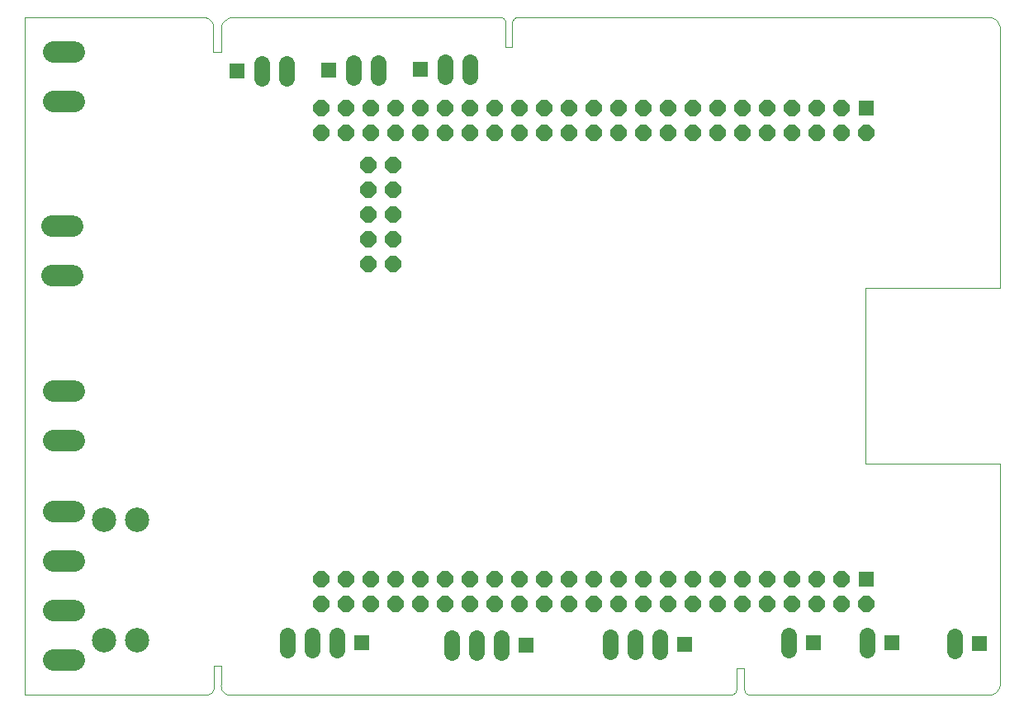
<source format=gbs>
G75*
%MOIN*%
%OFA0B0*%
%FSLAX24Y24*%
%IPPOS*%
%LPD*%
%AMOC8*
5,1,8,0,0,1.08239X$1,22.5*
%
%ADD10C,0.0000*%
%ADD11R,0.0640X0.0640*%
%ADD12C,0.0640*%
%ADD13C,0.0865*%
%ADD14OC8,0.0640*%
%ADD15C,0.0985*%
D10*
X002552Y003472D02*
X009875Y003472D01*
X009876Y003473D02*
X009910Y003476D01*
X009944Y003483D01*
X009978Y003494D01*
X010010Y003507D01*
X010040Y003524D01*
X010069Y003543D01*
X010096Y003565D01*
X010121Y003590D01*
X010142Y003617D01*
X010162Y003646D01*
X010178Y003677D01*
X010191Y003710D01*
X010201Y003743D01*
X010207Y003777D01*
X010211Y003812D01*
X010210Y003847D01*
X010210Y003846D02*
X010210Y004654D01*
X010486Y004654D01*
X010486Y003886D01*
X010485Y003886D02*
X010484Y003848D01*
X010487Y003810D01*
X010493Y003773D01*
X010503Y003736D01*
X010517Y003701D01*
X010533Y003667D01*
X010554Y003635D01*
X010577Y003605D01*
X010603Y003578D01*
X010631Y003553D01*
X010662Y003531D01*
X010695Y003513D01*
X010729Y003497D01*
X010765Y003485D01*
X010802Y003477D01*
X010839Y003472D01*
X010840Y003472D02*
X031056Y003472D01*
X031057Y003473D02*
X031086Y003476D01*
X031115Y003483D01*
X031143Y003493D01*
X031170Y003506D01*
X031195Y003522D01*
X031217Y003542D01*
X031238Y003563D01*
X031255Y003587D01*
X031269Y003613D01*
X031280Y003641D01*
X031288Y003670D01*
X031292Y003699D01*
X031293Y003729D01*
X031293Y003728D02*
X031293Y004555D01*
X031608Y004555D01*
X031608Y003728D01*
X031608Y003729D02*
X031609Y003699D01*
X031613Y003670D01*
X031621Y003641D01*
X031632Y003613D01*
X031646Y003587D01*
X031663Y003563D01*
X031684Y003542D01*
X031706Y003522D01*
X031731Y003506D01*
X031758Y003493D01*
X031786Y003483D01*
X031815Y003476D01*
X031844Y003473D01*
X031844Y003472D02*
X041430Y003472D01*
X041471Y003471D01*
X041511Y003474D01*
X041551Y003480D01*
X041591Y003490D01*
X041629Y003503D01*
X041666Y003519D01*
X041701Y003539D01*
X041735Y003561D01*
X041767Y003587D01*
X041796Y003615D01*
X041822Y003645D01*
X041846Y003678D01*
X041867Y003713D01*
X041885Y003749D01*
X041900Y003787D01*
X041911Y003825D01*
X041919Y003865D01*
X041923Y003905D01*
X041923Y003906D02*
X041923Y012823D01*
X036486Y012823D01*
X036486Y019909D01*
X041923Y019909D01*
X041923Y030441D01*
X041923Y030440D02*
X041918Y030480D01*
X041910Y030519D01*
X041898Y030558D01*
X041883Y030595D01*
X041865Y030631D01*
X041844Y030665D01*
X041820Y030697D01*
X041793Y030727D01*
X041764Y030754D01*
X041733Y030779D01*
X041699Y030801D01*
X041664Y030820D01*
X041627Y030835D01*
X041589Y030848D01*
X041550Y030857D01*
X041511Y030863D01*
X041471Y030865D01*
X041431Y030864D01*
X041430Y030864D02*
X026125Y030864D01*
X026125Y030854D02*
X022434Y030854D01*
X022435Y030854D02*
X022407Y030847D01*
X022379Y030837D01*
X022354Y030824D01*
X022330Y030808D01*
X022308Y030790D01*
X022288Y030768D01*
X022271Y030745D01*
X022258Y030720D01*
X022247Y030693D01*
X022240Y030665D01*
X022236Y030636D01*
X022235Y030607D01*
X022238Y030579D01*
X022237Y030579D02*
X022237Y029654D01*
X021982Y029654D01*
X021982Y030579D01*
X021981Y030579D02*
X021984Y030607D01*
X021983Y030636D01*
X021979Y030665D01*
X021972Y030693D01*
X021961Y030720D01*
X021948Y030745D01*
X021931Y030768D01*
X021911Y030790D01*
X021889Y030808D01*
X021865Y030824D01*
X021840Y030837D01*
X021812Y030847D01*
X021784Y030854D01*
X021785Y030854D02*
X010958Y030854D01*
X010917Y030852D01*
X010876Y030847D01*
X010836Y030838D01*
X010797Y030826D01*
X010759Y030810D01*
X010722Y030791D01*
X010687Y030769D01*
X010655Y030744D01*
X010624Y030716D01*
X010596Y030685D01*
X010571Y030653D01*
X010549Y030618D01*
X010530Y030581D01*
X010514Y030543D01*
X010502Y030504D01*
X010493Y030464D01*
X010488Y030423D01*
X010486Y030382D01*
X010486Y029437D01*
X010171Y029437D01*
X010171Y030382D01*
X010174Y030421D01*
X010173Y030460D01*
X010169Y030498D01*
X010162Y030537D01*
X010151Y030574D01*
X010136Y030610D01*
X010119Y030645D01*
X010098Y030678D01*
X010074Y030709D01*
X010047Y030737D01*
X010018Y030763D01*
X009987Y030786D01*
X009954Y030807D01*
X009919Y030824D01*
X009882Y030837D01*
X009845Y030848D01*
X009806Y030855D01*
X009806Y030854D02*
X002552Y030854D01*
X002552Y003472D01*
D11*
X016178Y005579D03*
X022793Y005500D03*
X029210Y005520D03*
X034391Y005579D03*
X036535Y008156D03*
X037580Y005579D03*
X041104Y005539D03*
X036535Y027201D03*
X018541Y028748D03*
X014820Y028709D03*
X011139Y028689D03*
D12*
X012139Y028989D02*
X012139Y028389D01*
X013139Y028389D02*
X013139Y028989D01*
X015820Y029009D02*
X015820Y028409D01*
X016820Y028409D02*
X016820Y029009D01*
X019541Y029048D02*
X019541Y028448D01*
X020541Y028448D02*
X020541Y029048D01*
X015178Y005879D02*
X015178Y005279D01*
X014178Y005279D02*
X014178Y005879D01*
X013178Y005879D02*
X013178Y005279D01*
X019793Y005200D02*
X019793Y005800D01*
X020793Y005800D02*
X020793Y005200D01*
X021793Y005200D02*
X021793Y005800D01*
X026210Y005820D02*
X026210Y005220D01*
X027210Y005220D02*
X027210Y005820D01*
X028210Y005820D02*
X028210Y005220D01*
X033391Y005279D02*
X033391Y005879D01*
X036580Y005879D02*
X036580Y005279D01*
X040104Y005239D02*
X040104Y005839D01*
D13*
X004561Y004902D02*
X003736Y004902D01*
X003736Y006902D02*
X004561Y006902D01*
X004561Y008902D02*
X003736Y008902D01*
X003736Y010902D02*
X004561Y010902D01*
X004561Y013752D02*
X003736Y013752D01*
X003736Y015752D02*
X004561Y015752D01*
X004493Y020425D02*
X003668Y020425D01*
X003668Y022425D02*
X004493Y022425D01*
X004561Y027453D02*
X003736Y027453D01*
X003736Y029453D02*
X004561Y029453D01*
D14*
X014535Y027201D03*
X015535Y027201D03*
X016535Y027201D03*
X017535Y027201D03*
X018535Y027201D03*
X019535Y027201D03*
X020535Y027201D03*
X021535Y027201D03*
X022535Y027201D03*
X023535Y027201D03*
X024535Y027201D03*
X025535Y027201D03*
X026535Y027201D03*
X027535Y027201D03*
X028535Y027201D03*
X029535Y027201D03*
X030535Y027201D03*
X031535Y027201D03*
X032535Y027201D03*
X033535Y027201D03*
X034535Y027201D03*
X035535Y027201D03*
X035535Y026201D03*
X036535Y026201D03*
X034535Y026201D03*
X033535Y026201D03*
X032535Y026201D03*
X031535Y026201D03*
X030535Y026201D03*
X029535Y026201D03*
X028535Y026201D03*
X027535Y026201D03*
X026535Y026201D03*
X025535Y026201D03*
X024535Y026201D03*
X023535Y026201D03*
X022535Y026201D03*
X021535Y026201D03*
X020535Y026201D03*
X019535Y026201D03*
X018535Y026201D03*
X017535Y026201D03*
X016535Y026201D03*
X015535Y026201D03*
X014535Y026201D03*
X016442Y024902D03*
X017442Y024902D03*
X017442Y023902D03*
X016442Y023902D03*
X016442Y022902D03*
X017442Y022902D03*
X017442Y021902D03*
X016442Y021902D03*
X016442Y020902D03*
X017442Y020902D03*
X017535Y008156D03*
X016535Y008156D03*
X015535Y008156D03*
X014535Y008156D03*
X014535Y007156D03*
X015535Y007156D03*
X016535Y007156D03*
X017535Y007156D03*
X018535Y007156D03*
X019535Y007156D03*
X020535Y007156D03*
X020535Y008156D03*
X019535Y008156D03*
X018535Y008156D03*
X021535Y008156D03*
X022535Y008156D03*
X023535Y008156D03*
X024535Y008156D03*
X025535Y008156D03*
X026535Y008156D03*
X027535Y008156D03*
X028535Y008156D03*
X029535Y008156D03*
X030535Y008156D03*
X031535Y008156D03*
X032535Y008156D03*
X033535Y008156D03*
X034535Y008156D03*
X035535Y008156D03*
X035535Y007156D03*
X036535Y007156D03*
X034535Y007156D03*
X033535Y007156D03*
X032535Y007156D03*
X031535Y007156D03*
X030535Y007156D03*
X029535Y007156D03*
X028535Y007156D03*
X027535Y007156D03*
X026535Y007156D03*
X025535Y007156D03*
X024535Y007156D03*
X023535Y007156D03*
X022535Y007156D03*
X021535Y007156D03*
D15*
X007100Y005677D03*
X005761Y005677D03*
X005761Y010559D03*
X007100Y010559D03*
M02*

</source>
